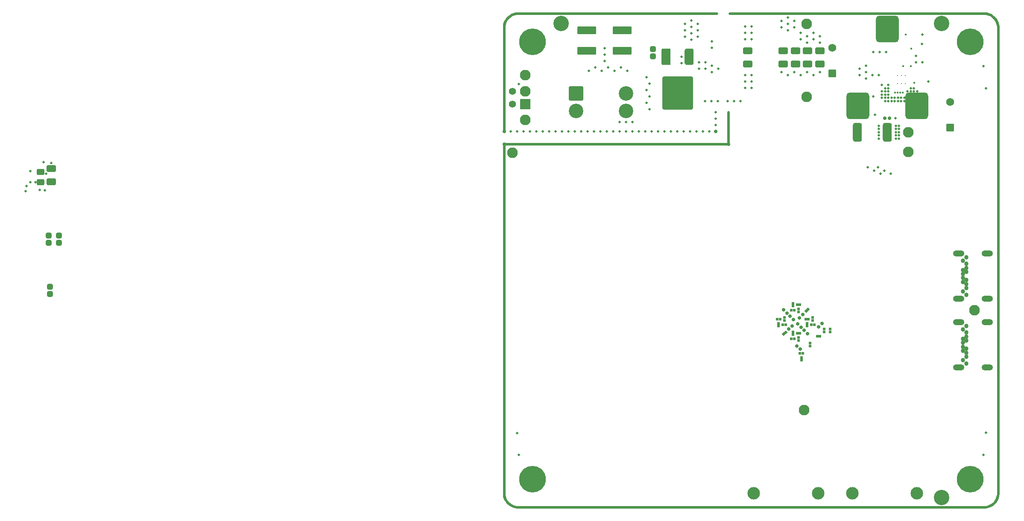
<source format=gbs>
G04*
G04 #@! TF.GenerationSoftware,Altium Limited,Altium Designer,24.10.1 (45)*
G04*
G04 Layer_Color=16711935*
%FSLAX44Y44*%
%MOMM*%
G71*
G04*
G04 #@! TF.SameCoordinates,24BC4850-7E81-497A-B660-34607D59122C*
G04*
G04*
G04 #@! TF.FilePolarity,Negative*
G04*
G01*
G75*
%ADD11C,0.5080*%
G04:AMPARAMS|DCode=67|XSize=0.608mm|YSize=0.608mm|CornerRadius=0.177mm|HoleSize=0mm|Usage=FLASHONLY|Rotation=90.000|XOffset=0mm|YOffset=0mm|HoleType=Round|Shape=RoundedRectangle|*
%AMROUNDEDRECTD67*
21,1,0.6080,0.2540,0,0,90.0*
21,1,0.2540,0.6080,0,0,90.0*
1,1,0.3540,0.1270,0.1270*
1,1,0.3540,0.1270,-0.1270*
1,1,0.3540,-0.1270,-0.1270*
1,1,0.3540,-0.1270,0.1270*
%
%ADD67ROUNDEDRECTD67*%
G04:AMPARAMS|DCode=68|XSize=1.4732mm|YSize=1.2192mm|CornerRadius=0.2286mm|HoleSize=0mm|Usage=FLASHONLY|Rotation=180.000|XOffset=0mm|YOffset=0mm|HoleType=Round|Shape=RoundedRectangle|*
%AMROUNDEDRECTD68*
21,1,1.4732,0.7620,0,0,180.0*
21,1,1.0160,1.2192,0,0,180.0*
1,1,0.4572,-0.5080,0.3810*
1,1,0.4572,0.5080,0.3810*
1,1,0.4572,0.5080,-0.3810*
1,1,0.4572,-0.5080,-0.3810*
%
%ADD68ROUNDEDRECTD68*%
G04:AMPARAMS|DCode=69|XSize=1.8288mm|YSize=1.3208mm|CornerRadius=0.2413mm|HoleSize=0mm|Usage=FLASHONLY|Rotation=0.000|XOffset=0mm|YOffset=0mm|HoleType=Round|Shape=RoundedRectangle|*
%AMROUNDEDRECTD69*
21,1,1.8288,0.8382,0,0,0.0*
21,1,1.3462,1.3208,0,0,0.0*
1,1,0.4826,0.6731,-0.4191*
1,1,0.4826,-0.6731,-0.4191*
1,1,0.4826,-0.6731,0.4191*
1,1,0.4826,0.6731,0.4191*
%
%ADD69ROUNDEDRECTD69*%
G04:AMPARAMS|DCode=70|XSize=1.1532mm|YSize=1.1532mm|CornerRadius=0.2774mm|HoleSize=0mm|Usage=FLASHONLY|Rotation=180.000|XOffset=0mm|YOffset=0mm|HoleType=Round|Shape=RoundedRectangle|*
%AMROUNDEDRECTD70*
21,1,1.1532,0.5985,0,0,180.0*
21,1,0.5985,1.1532,0,0,180.0*
1,1,0.5547,-0.2993,0.2993*
1,1,0.5547,0.2993,0.2993*
1,1,0.5547,0.2993,-0.2993*
1,1,0.5547,-0.2993,-0.2993*
%
%ADD70ROUNDEDRECTD70*%
%ADD71C,3.0480*%
G04:AMPARAMS|DCode=88|XSize=0.4826mm|YSize=0.5588mm|CornerRadius=0.0927mm|HoleSize=0mm|Usage=FLASHONLY|Rotation=90.000|XOffset=0mm|YOffset=0mm|HoleType=Round|Shape=RoundedRectangle|*
%AMROUNDEDRECTD88*
21,1,0.4826,0.3734,0,0,90.0*
21,1,0.2972,0.5588,0,0,90.0*
1,1,0.1854,0.1867,0.1486*
1,1,0.1854,0.1867,-0.1486*
1,1,0.1854,-0.1867,-0.1486*
1,1,0.1854,-0.1867,0.1486*
%
%ADD88ROUNDEDRECTD88*%
%ADD101C,0.7112*%
G04:AMPARAMS|DCode=112|XSize=1.6002mm|YSize=3.7592mm|CornerRadius=0.2762mm|HoleSize=0mm|Usage=FLASHONLY|Rotation=270.000|XOffset=0mm|YOffset=0mm|HoleType=Round|Shape=RoundedRectangle|*
%AMROUNDEDRECTD112*
21,1,1.6002,3.2068,0,0,270.0*
21,1,1.0478,3.7592,0,0,270.0*
1,1,0.5525,-1.6034,-0.5239*
1,1,0.5525,-1.6034,0.5239*
1,1,0.5525,1.6034,0.5239*
1,1,0.5525,1.6034,-0.5239*
%
%ADD112ROUNDEDRECTD112*%
%ADD113O,2.2352X1.2192*%
%ADD114C,0.8636*%
%ADD115C,2.4892*%
G04:AMPARAMS|DCode=116|XSize=1.5748mm|YSize=1.5748mm|CornerRadius=0.2731mm|HoleSize=0mm|Usage=FLASHONLY|Rotation=90.000|XOffset=0mm|YOffset=0mm|HoleType=Round|Shape=RoundedRectangle|*
%AMROUNDEDRECTD116*
21,1,1.5748,1.0287,0,0,90.0*
21,1,1.0287,1.5748,0,0,90.0*
1,1,0.5461,0.5143,0.5143*
1,1,0.5461,0.5143,-0.5143*
1,1,0.5461,-0.5143,-0.5143*
1,1,0.5461,-0.5143,0.5143*
%
%ADD116ROUNDEDRECTD116*%
%ADD117C,1.5748*%
%ADD118C,2.1082*%
G04:AMPARAMS|DCode=119|XSize=2.8702mm|YSize=2.8702mm|CornerRadius=0.235mm|HoleSize=0mm|Usage=FLASHONLY|Rotation=0.000|XOffset=0mm|YOffset=0mm|HoleType=Round|Shape=RoundedRectangle|*
%AMROUNDEDRECTD119*
21,1,2.8702,2.4003,0,0,0.0*
21,1,2.4003,2.8702,0,0,0.0*
1,1,0.4699,1.2002,-1.2002*
1,1,0.4699,-1.2002,-1.2002*
1,1,0.4699,-1.2002,1.2002*
1,1,0.4699,1.2002,1.2002*
%
%ADD119ROUNDEDRECTD119*%
%ADD120C,2.8702*%
G04:AMPARAMS|DCode=121|XSize=2.1082mm|YSize=2.1082mm|CornerRadius=0.1969mm|HoleSize=0mm|Usage=FLASHONLY|Rotation=90.000|XOffset=0mm|YOffset=0mm|HoleType=Round|Shape=RoundedRectangle|*
%AMROUNDEDRECTD121*
21,1,2.1082,1.7145,0,0,90.0*
21,1,1.7145,2.1082,0,0,90.0*
1,1,0.3937,0.8573,0.8573*
1,1,0.3937,0.8573,-0.8573*
1,1,0.3937,-0.8573,-0.8573*
1,1,0.3937,-0.8573,0.8573*
%
%ADD121ROUNDEDRECTD121*%
%ADD122C,1.4224*%
%ADD123C,5.2832*%
%ADD124C,0.4064*%
%ADD126C,1.2192*%
G04:AMPARAMS|DCode=199|XSize=0.608mm|YSize=0.608mm|CornerRadius=0.177mm|HoleSize=0mm|Usage=FLASHONLY|Rotation=135.000|XOffset=0mm|YOffset=0mm|HoleType=Round|Shape=RoundedRectangle|*
%AMROUNDEDRECTD199*
21,1,0.6080,0.2540,0,0,135.0*
21,1,0.2540,0.6080,0,0,135.0*
1,1,0.3540,0.0000,0.1796*
1,1,0.3540,0.1796,0.0000*
1,1,0.3540,0.0000,-0.1796*
1,1,0.3540,-0.1796,0.0000*
%
%ADD199ROUNDEDRECTD199*%
G04:AMPARAMS|DCode=200|XSize=0.4826mm|YSize=0.5588mm|CornerRadius=0.0927mm|HoleSize=0mm|Usage=FLASHONLY|Rotation=0.000|XOffset=0mm|YOffset=0mm|HoleType=Round|Shape=RoundedRectangle|*
%AMROUNDEDRECTD200*
21,1,0.4826,0.3734,0,0,0.0*
21,1,0.2972,0.5588,0,0,0.0*
1,1,0.1854,0.1486,-0.1867*
1,1,0.1854,-0.1486,-0.1867*
1,1,0.1854,-0.1486,0.1867*
1,1,0.1854,0.1486,0.1867*
%
%ADD200ROUNDEDRECTD200*%
G04:AMPARAMS|DCode=201|XSize=0.608mm|YSize=0.608mm|CornerRadius=0.177mm|HoleSize=0mm|Usage=FLASHONLY|Rotation=45.000|XOffset=0mm|YOffset=0mm|HoleType=Round|Shape=RoundedRectangle|*
%AMROUNDEDRECTD201*
21,1,0.6080,0.2540,0,0,45.0*
21,1,0.2540,0.6080,0,0,45.0*
1,1,0.3540,0.1796,0.0000*
1,1,0.3540,0.0000,-0.1796*
1,1,0.3540,-0.1796,0.0000*
1,1,0.3540,0.0000,0.1796*
%
%ADD201ROUNDEDRECTD201*%
G04:AMPARAMS|DCode=202|XSize=0.4826mm|YSize=0.5588mm|CornerRadius=0.0927mm|HoleSize=0mm|Usage=FLASHONLY|Rotation=45.000|XOffset=0mm|YOffset=0mm|HoleType=Round|Shape=RoundedRectangle|*
%AMROUNDEDRECTD202*
21,1,0.4826,0.3734,0,0,45.0*
21,1,0.2972,0.5588,0,0,45.0*
1,1,0.1854,0.2371,-0.0269*
1,1,0.1854,0.0269,-0.2371*
1,1,0.1854,-0.2371,0.0269*
1,1,0.1854,-0.0269,0.2371*
%
%ADD202ROUNDEDRECTD202*%
G04:AMPARAMS|DCode=203|XSize=4.5212mm|YSize=5.2832mm|CornerRadius=0.6414mm|HoleSize=0mm|Usage=FLASHONLY|Rotation=180.000|XOffset=0mm|YOffset=0mm|HoleType=Round|Shape=RoundedRectangle|*
%AMROUNDEDRECTD203*
21,1,4.5212,4.0005,0,0,180.0*
21,1,3.2385,5.2832,0,0,180.0*
1,1,1.2827,-1.6193,2.0003*
1,1,1.2827,1.6193,2.0003*
1,1,1.2827,1.6193,-2.0003*
1,1,1.2827,-1.6193,-2.0003*
%
%ADD203ROUNDEDRECTD203*%
G04:AMPARAMS|DCode=204|XSize=3.6576mm|YSize=1.778mm|CornerRadius=0.3614mm|HoleSize=0mm|Usage=FLASHONLY|Rotation=270.000|XOffset=0mm|YOffset=0mm|HoleType=Round|Shape=RoundedRectangle|*
%AMROUNDEDRECTD204*
21,1,3.6576,1.0551,0,0,270.0*
21,1,2.9347,1.7780,0,0,270.0*
1,1,0.7229,-0.5276,-1.4674*
1,1,0.7229,-0.5276,1.4674*
1,1,0.7229,0.5276,1.4674*
1,1,0.7229,0.5276,-1.4674*
%
%ADD204ROUNDEDRECTD204*%
G04:AMPARAMS|DCode=205|XSize=1.778mm|YSize=3.2512mm|CornerRadius=0.3614mm|HoleSize=0mm|Usage=FLASHONLY|Rotation=180.000|XOffset=0mm|YOffset=0mm|HoleType=Round|Shape=RoundedRectangle|*
%AMROUNDEDRECTD205*
21,1,1.7780,2.5283,0,0,180.0*
21,1,1.0551,3.2512,0,0,180.0*
1,1,0.7229,-0.5276,1.2642*
1,1,0.7229,0.5276,1.2642*
1,1,0.7229,0.5276,-1.2642*
1,1,0.7229,-0.5276,-1.2642*
%
%ADD205ROUNDEDRECTD205*%
G04:AMPARAMS|DCode=206|XSize=6.0452mm|YSize=6.5532mm|CornerRadius=0.2477mm|HoleSize=0mm|Usage=FLASHONLY|Rotation=180.000|XOffset=0mm|YOffset=0mm|HoleType=Round|Shape=RoundedRectangle|*
%AMROUNDEDRECTD206*
21,1,6.0452,6.0579,0,0,180.0*
21,1,5.5499,6.5532,0,0,180.0*
1,1,0.4953,-2.7750,3.0290*
1,1,0.4953,2.7750,3.0290*
1,1,0.4953,2.7750,-3.0290*
1,1,0.4953,-2.7750,-3.0290*
%
%ADD206ROUNDEDRECTD206*%
G04:AMPARAMS|DCode=207|XSize=1.778mm|YSize=3.2512mm|CornerRadius=0.1803mm|HoleSize=0mm|Usage=FLASHONLY|Rotation=180.000|XOffset=0mm|YOffset=0mm|HoleType=Round|Shape=RoundedRectangle|*
%AMROUNDEDRECTD207*
21,1,1.7780,2.8905,0,0,180.0*
21,1,1.4173,3.2512,0,0,180.0*
1,1,0.3607,-0.7087,1.4453*
1,1,0.3607,0.7087,1.4453*
1,1,0.3607,0.7087,-1.4453*
1,1,0.3607,-0.7087,-1.4453*
%
%ADD207ROUNDEDRECTD207*%
%ADD208C,0.3048*%
G36*
X3507859Y2515859D02*
X3511718Y2514825D01*
X3515410Y2513295D01*
X3518870Y2511298D01*
X3522040Y2508865D01*
X3524865Y2506040D01*
X3527297Y2502870D01*
X3529295Y2499410D01*
X3530824Y2495719D01*
X3531859Y2491859D01*
X3532380Y2487898D01*
Y2485900D01*
X3527300D01*
X3527178Y2488390D01*
X3526206Y2493273D01*
X3524301Y2497874D01*
X3521534Y2502014D01*
X3518014Y2505535D01*
X3513873Y2508301D01*
X3509273Y2510206D01*
X3504390Y2511178D01*
X3501900Y2511300D01*
Y2511300D01*
X2997200Y2511300D01*
X2997200Y2516380D01*
X3501900Y2516380D01*
X3503898D01*
X3507859Y2515859D01*
D02*
G37*
G36*
X2971800Y2511300D02*
X2578100Y2511300D01*
Y2511300D01*
X2575610Y2511178D01*
X2570727Y2510206D01*
X2566126Y2508301D01*
X2561986Y2505535D01*
X2558466Y2502014D01*
X2555699Y2497874D01*
X2553794Y2493273D01*
X2552822Y2488390D01*
X2552700Y2485900D01*
X2547620D01*
Y2487898D01*
X2548141Y2491859D01*
X2549176Y2495719D01*
X2550705Y2499410D01*
X2552702Y2502870D01*
X2555135Y2506040D01*
X2557960Y2508865D01*
X2561130Y2511298D01*
X2564590Y2513295D01*
X2568282Y2514824D01*
X2572141Y2515858D01*
X2576102Y2516380D01*
X2578100D01*
X2971800Y2516380D01*
X2971800Y2511300D01*
D02*
G37*
G36*
X2552700Y2485900D02*
Y2279650D01*
X2547620D01*
Y2485900D01*
X2552700Y2485900D01*
D02*
G37*
G36*
X2997201Y2256786D02*
X2994660Y2256786D01*
X2994660Y2251710D01*
X2552700Y2251710D01*
Y2256790D01*
X2992121Y2256790D01*
Y2317746D01*
X2997201D01*
Y2256786D01*
D02*
G37*
G36*
X3532380Y2485900D02*
Y1562100D01*
Y1560102D01*
X3531859Y1556141D01*
X3530824Y1552281D01*
X3529295Y1548590D01*
X3527298Y1545130D01*
X3524865Y1541960D01*
X3522040Y1539135D01*
X3518870Y1536702D01*
X3515410Y1534705D01*
X3511718Y1533176D01*
X3507859Y1532142D01*
X3503898Y1531620D01*
X2576102D01*
X2572141Y1532142D01*
X2568282Y1533176D01*
X2564590Y1534705D01*
X2561130Y1536702D01*
X2557960Y1539135D01*
X2555135Y1541960D01*
X2552702Y1545130D01*
X2550705Y1548590D01*
X2549176Y1552281D01*
X2548141Y1556141D01*
X2547620Y1560102D01*
Y1562100D01*
X2547620Y2254250D01*
X2552700Y2254250D01*
X2552700Y1562100D01*
X2552822Y1559610D01*
X2553794Y1554727D01*
X2555699Y1550126D01*
X2558466Y1545986D01*
X2561986Y1542466D01*
X2566126Y1539699D01*
X2570727Y1537794D01*
X2575610Y1536822D01*
X2578100Y1536700D01*
X3501900D01*
X3504390Y1536822D01*
X3509273Y1537794D01*
X3513874Y1539699D01*
X3518014Y1542466D01*
X3521534Y1545986D01*
X3524301Y1550126D01*
X3526206Y1554727D01*
X3527178Y1559610D01*
X3527300Y1562100D01*
X3527300D01*
X3527300Y2485900D01*
X3532380Y2485900D01*
D02*
G37*
D11*
X2908350Y2468280D02*
D03*
X2921050Y2461930D02*
D03*
X2933750Y2468280D02*
D03*
X2921050Y2474630D02*
D03*
X2933750Y2480980D02*
D03*
X2908350D02*
D03*
Y2493680D02*
D03*
X2921050Y2500030D02*
D03*
X2933750Y2493680D02*
D03*
X2921050Y2487330D02*
D03*
X2961640Y2446020D02*
D03*
X2961640Y2458720D02*
D03*
X3176016Y2468878D02*
D03*
X3137916Y2475228D02*
D03*
X3163316D02*
D03*
X3150616Y2468878D02*
D03*
X3163316Y2462527D02*
D03*
X3137916D02*
D03*
X3316986Y2195830D02*
D03*
X3296666D02*
D03*
X3304286Y2202180D02*
D03*
X3283966D02*
D03*
X3271266Y2208530D02*
D03*
X3291586D02*
D03*
X3326130Y2306320D02*
D03*
X3281680Y2349500D02*
D03*
X3285490Y2312670D02*
D03*
X3293110Y2284730D02*
D03*
X3293110Y2291080D02*
D03*
X3332988Y2291080D02*
D03*
X3332989Y2278380D02*
D03*
X3332988Y2272030D02*
D03*
Y2284730D02*
D03*
X3332988Y2265680D02*
D03*
X3326638Y2284730D02*
D03*
Y2272030D02*
D03*
X3326638Y2278380D02*
D03*
X3326638Y2291080D02*
D03*
Y2265680D02*
D03*
X3293110D02*
D03*
X3293110Y2278380D02*
D03*
X3293110Y2272030D02*
D03*
X3362760Y2346490D02*
D03*
X3299260Y2346489D02*
D03*
X3299259Y2352839D02*
D03*
X3299259Y2359189D02*
D03*
X3311959Y2371889D02*
D03*
X3305609Y2365539D02*
D03*
X3311959Y2365539D02*
D03*
X3305609Y2359189D02*
D03*
X3311960Y2359189D02*
D03*
X3305609Y2352839D02*
D03*
X3311960Y2352839D02*
D03*
X3305609Y2340139D02*
D03*
X3305609Y2346489D02*
D03*
X3311960Y2340139D02*
D03*
X3311960Y2346489D02*
D03*
X3318310Y2340139D02*
D03*
X3318310Y2346489D02*
D03*
X3324659Y2340139D02*
D03*
X3324660Y2346490D02*
D03*
X3331010Y2340140D02*
D03*
X3331010Y2346490D02*
D03*
X3337360Y2340140D02*
D03*
X3337360Y2346490D02*
D03*
X3343710Y2346490D02*
D03*
X3343710Y2340140D02*
D03*
X3356410D02*
D03*
X3356410Y2346490D02*
D03*
X3350060Y2340140D02*
D03*
X3350060Y2346490D02*
D03*
X3369110Y2352840D02*
D03*
X3369110Y2359190D02*
D03*
X3350060Y2352840D02*
D03*
X3356410Y2352840D02*
D03*
X3362760Y2352840D02*
D03*
X3350060Y2359190D02*
D03*
X3356410Y2359190D02*
D03*
X3362760Y2359190D02*
D03*
X3362760Y2365540D02*
D03*
X3356410Y2365540D02*
D03*
X3299370Y2372270D02*
D03*
X3378835Y2453640D02*
D03*
X3379470Y2472105D02*
D03*
X3391662Y2378964D02*
D03*
X3379470Y2416810D02*
D03*
X3366770Y2429510D02*
D03*
X3366770Y2416810D02*
D03*
X3307080Y2437130D02*
D03*
X3294380Y2437130D02*
D03*
X3281680Y2437130D02*
D03*
X3292856Y2391410D02*
D03*
X3267456Y2385060D02*
D03*
Y2410460D02*
D03*
X3254756Y2404110D02*
D03*
Y2391410D02*
D03*
X3267456Y2397760D02*
D03*
X3280156Y2391410D02*
D03*
X3125470Y2499360D02*
D03*
X3112770Y2505710D02*
D03*
X3100070Y2499360D02*
D03*
Y2486660D02*
D03*
X3112770Y2493010D02*
D03*
X2579370Y2373630D02*
D03*
X1602740Y2171700D02*
D03*
X1629410Y2164080D02*
D03*
X1639570Y2162810D02*
D03*
X1601470Y2161540D02*
D03*
X1637030Y2218690D02*
D03*
X1652270Y2217420D02*
D03*
X1642110Y2195830D02*
D03*
X1610360Y2200910D02*
D03*
Y2179320D02*
D03*
X1620520D02*
D03*
X3027680Y2488438D02*
D03*
X3040380Y2488438D02*
D03*
X3125470Y2486660D02*
D03*
X3112770Y2480310D02*
D03*
X2971800Y2513840D02*
D03*
X3505200Y2365756D02*
D03*
Y1681988D02*
D03*
X2575560Y1681480D02*
D03*
X3500630Y2409700D02*
D03*
X3500630Y1638300D02*
D03*
X2579370Y1638300D02*
D03*
X3040380Y2475738D02*
D03*
Y2463038D02*
D03*
X3027680Y2463038D02*
D03*
Y2475738D02*
D03*
X3150616Y2456178D02*
D03*
X3176016D02*
D03*
Y2397760D02*
D03*
X3163316Y2391410D02*
D03*
X3150616Y2397760D02*
D03*
X3137916Y2391410D02*
D03*
X3099816Y2397760D02*
D03*
X3125216D02*
D03*
X3112516Y2391410D02*
D03*
X3027680Y2392172D02*
D03*
X3040380Y2392172D02*
D03*
X3027680Y2366772D02*
D03*
Y2379472D02*
D03*
X3040380Y2379472D02*
D03*
Y2366772D02*
D03*
X3006280Y2340300D02*
D03*
X2993580Y2340300D02*
D03*
X3018980D02*
D03*
X2973980D02*
D03*
X2948580D02*
D03*
X2961280Y2340300D02*
D03*
X2936240Y2404110D02*
D03*
Y2416810D02*
D03*
X2948940Y2416810D02*
D03*
X2961640Y2410460D02*
D03*
X2948940Y2404110D02*
D03*
X2974340D02*
D03*
X2961640Y2397760D02*
D03*
X2901950Y2415540D02*
D03*
Y2428240D02*
D03*
X2838450Y2324100D02*
D03*
Y2349500D02*
D03*
X2832100Y2336800D02*
D03*
Y2362200D02*
D03*
X2838450Y2374900D02*
D03*
X2832100Y2387600D02*
D03*
X2778760Y2298700D02*
D03*
X2804160D02*
D03*
X2791460Y2298700D02*
D03*
X2749550Y2444750D02*
D03*
X2749550Y2432050D02*
D03*
X2749550Y2419350D02*
D03*
X2781300Y2406650D02*
D03*
X2794000Y2400300D02*
D03*
X2768600D02*
D03*
X2755900Y2406650D02*
D03*
X2743200Y2400300D02*
D03*
X2730500Y2406650D02*
D03*
X2717800Y2400300D02*
D03*
X2994661Y2279646D02*
D03*
X2994661Y2266947D02*
D03*
X2981961Y2254247D02*
D03*
X2969261Y2292347D02*
D03*
X2969261Y2305047D02*
D03*
X2969261Y2317747D02*
D03*
X2994660Y2317750D02*
D03*
X2994660Y2305050D02*
D03*
X2994660Y2292350D02*
D03*
X2562860Y2254250D02*
D03*
X2575560Y2254250D02*
D03*
X2600960Y2254250D02*
D03*
X2588260Y2254250D02*
D03*
X2626360Y2254249D02*
D03*
X2613660Y2254250D02*
D03*
X2689861Y2254249D02*
D03*
X2702560Y2254249D02*
D03*
X2664460Y2254249D02*
D03*
X2677160Y2254249D02*
D03*
X2651760Y2254249D02*
D03*
X2639060Y2254249D02*
D03*
X2715260Y2254249D02*
D03*
X2753361Y2254248D02*
D03*
X2740660Y2254249D02*
D03*
X2727961Y2254249D02*
D03*
X2791461Y2254248D02*
D03*
X2778760Y2254248D02*
D03*
X2766060Y2254248D02*
D03*
X2829561Y2254248D02*
D03*
X2816861Y2254248D02*
D03*
X2804160Y2254248D02*
D03*
X2867661Y2254247D02*
D03*
X2854961Y2254248D02*
D03*
X2842261Y2254248D02*
D03*
X2905761Y2254247D02*
D03*
X2893061Y2254247D02*
D03*
X2880361Y2254247D02*
D03*
X2943861Y2254247D02*
D03*
X2931161Y2254247D02*
D03*
X2918461Y2254247D02*
D03*
X2969261Y2254247D02*
D03*
X2956561Y2254247D02*
D03*
X2956561Y2279647D02*
D03*
X2918461Y2279647D02*
D03*
X2931161Y2279647D02*
D03*
X2943861Y2279647D02*
D03*
X2880361Y2279647D02*
D03*
X2893061Y2279647D02*
D03*
X2905761Y2279647D02*
D03*
X2842261Y2279648D02*
D03*
X2854961Y2279648D02*
D03*
X2867661Y2279648D02*
D03*
X2804160Y2279648D02*
D03*
X2816860Y2279648D02*
D03*
X2829561Y2279648D02*
D03*
X2766060Y2279648D02*
D03*
X2778760Y2279648D02*
D03*
X2791461Y2279648D02*
D03*
X2727961Y2279649D02*
D03*
X2740660Y2279648D02*
D03*
X2753360Y2279648D02*
D03*
X2715260Y2279649D02*
D03*
X2639060Y2279649D02*
D03*
X2651760Y2279649D02*
D03*
X2677160Y2279649D02*
D03*
X2664460Y2279649D02*
D03*
X2702560Y2279649D02*
D03*
X2689860Y2279649D02*
D03*
X2613660Y2279650D02*
D03*
X2626360Y2279649D02*
D03*
X2588260Y2279650D02*
D03*
X2600960Y2279650D02*
D03*
X2575560Y2279650D02*
D03*
X2562860Y2279650D02*
D03*
X2553903Y2499870D02*
D03*
X2564130Y2510097D02*
D03*
X3515870Y2510097D02*
D03*
X3526096Y2499870D02*
D03*
X3526097Y1548130D02*
D03*
X3515870Y1537903D02*
D03*
X2564130Y1537903D02*
D03*
X2553903Y1548130D02*
D03*
X2603500Y1534160D02*
D03*
X2590800D02*
D03*
X3476500Y1534160D02*
D03*
X3501900D02*
D03*
X3451100D02*
D03*
X3425700D02*
D03*
X3400300D02*
D03*
X2628900Y1534160D02*
D03*
X2654300D02*
D03*
X2679700D02*
D03*
X2705100D02*
D03*
X2730500D02*
D03*
X2755900D02*
D03*
X2781300D02*
D03*
X2806700D02*
D03*
X2832100D02*
D03*
X2857500D02*
D03*
X2882900D02*
D03*
X2908300D02*
D03*
X2933700D02*
D03*
X2959100D02*
D03*
X2984500D02*
D03*
X3040000D02*
D03*
X3374900Y1534160D02*
D03*
X3349500D02*
D03*
X3324100Y1534160D02*
D03*
X3298700Y1534160D02*
D03*
X3273300D02*
D03*
X3247900D02*
D03*
X3222500D02*
D03*
X3197100D02*
D03*
X3171700D02*
D03*
X3146300D02*
D03*
X3120900D02*
D03*
X3095500Y1534160D02*
D03*
X3070100Y1534160D02*
D03*
X3009900Y1534160D02*
D03*
X2578100D02*
D03*
X2616200Y1534160D02*
D03*
X2641600D02*
D03*
X2667000D02*
D03*
X2692400D02*
D03*
X2717800D02*
D03*
X2743200D02*
D03*
X2768600D02*
D03*
X2794000D02*
D03*
X2819400D02*
D03*
X2844800D02*
D03*
X2870200D02*
D03*
X2895600D02*
D03*
X2921000D02*
D03*
X2946400D02*
D03*
X2971800D02*
D03*
X2997200D02*
D03*
X3082800Y1534160D02*
D03*
X3108200Y1534160D02*
D03*
X3133600D02*
D03*
X3159000Y1534160D02*
D03*
X3184400Y1534160D02*
D03*
X3209800Y1534160D02*
D03*
X3235200D02*
D03*
X3260600D02*
D03*
X3286000D02*
D03*
X3311400Y1534160D02*
D03*
X3336800Y1534160D02*
D03*
X3362200D02*
D03*
X3387600D02*
D03*
X3413000Y1534160D02*
D03*
X3438400Y1534160D02*
D03*
X3463800D02*
D03*
X3489200D02*
D03*
X3024950Y1534160D02*
D03*
X3055050D02*
D03*
X3529840Y2460500D02*
D03*
Y2473200D02*
D03*
X3529840Y1587500D02*
D03*
Y1562100D02*
D03*
Y1612900D02*
D03*
Y1638300D02*
D03*
Y1663700D02*
D03*
X3529840Y2435100D02*
D03*
Y2409700D02*
D03*
Y2384300D02*
D03*
Y2358900D02*
D03*
Y2333500D02*
D03*
Y2308100D02*
D03*
Y2282700D02*
D03*
Y2257300D02*
D03*
Y2231900D02*
D03*
Y2206500D02*
D03*
Y2181100D02*
D03*
Y2155700D02*
D03*
Y2130300D02*
D03*
Y2104900D02*
D03*
Y2079500D02*
D03*
Y2024000D02*
D03*
X3529840Y1689100D02*
D03*
Y1714500D02*
D03*
X3529840Y1739900D02*
D03*
X3529840Y1765300D02*
D03*
Y1790700D02*
D03*
Y1816100D02*
D03*
Y1841500D02*
D03*
Y1866900D02*
D03*
Y1892300D02*
D03*
Y1917700D02*
D03*
Y1943100D02*
D03*
X3529840Y1968500D02*
D03*
X3529840Y1993900D02*
D03*
X3529840Y2054100D02*
D03*
Y2485900D02*
D03*
X3529840Y2447800D02*
D03*
Y2422400D02*
D03*
Y2397000D02*
D03*
Y2371600D02*
D03*
Y2346200D02*
D03*
Y2320800D02*
D03*
Y2295400D02*
D03*
Y2270000D02*
D03*
Y2244600D02*
D03*
Y2219200D02*
D03*
Y2193800D02*
D03*
Y2168400D02*
D03*
Y2143000D02*
D03*
Y2117600D02*
D03*
Y2092200D02*
D03*
Y2066800D02*
D03*
X3529840Y1981200D02*
D03*
X3529840Y1955800D02*
D03*
Y1930400D02*
D03*
X3529840Y1905000D02*
D03*
X3529840Y1879600D02*
D03*
X3529840Y1854200D02*
D03*
Y1828800D02*
D03*
Y1803400D02*
D03*
Y1778000D02*
D03*
X3529840Y1752600D02*
D03*
X3529840Y1727200D02*
D03*
Y1701800D02*
D03*
Y1676400D02*
D03*
X3529840Y1651000D02*
D03*
X3529840Y1625600D02*
D03*
Y1600200D02*
D03*
Y1574800D02*
D03*
X3529840Y2039050D02*
D03*
Y2008950D02*
D03*
X2550160Y2460500D02*
D03*
Y2473200D02*
D03*
X2550160Y1587500D02*
D03*
Y1562100D02*
D03*
Y1612900D02*
D03*
Y1638300D02*
D03*
Y1663700D02*
D03*
X2550160Y2435100D02*
D03*
Y2409700D02*
D03*
Y2384300D02*
D03*
Y2358900D02*
D03*
Y2333500D02*
D03*
Y2308100D02*
D03*
Y2231900D02*
D03*
Y2206500D02*
D03*
Y2181100D02*
D03*
Y2155700D02*
D03*
Y2130300D02*
D03*
Y2104900D02*
D03*
Y2079500D02*
D03*
Y2024000D02*
D03*
X2550160Y1689100D02*
D03*
Y1714500D02*
D03*
X2550160Y1739900D02*
D03*
X2550160Y1765300D02*
D03*
Y1790700D02*
D03*
Y1816100D02*
D03*
Y1841500D02*
D03*
Y1866900D02*
D03*
Y1892300D02*
D03*
Y1917700D02*
D03*
Y1943100D02*
D03*
X2550160Y1968500D02*
D03*
X2550160Y1993900D02*
D03*
X2550160Y2054100D02*
D03*
Y2485900D02*
D03*
X2550160Y2447800D02*
D03*
Y2422400D02*
D03*
Y2397000D02*
D03*
Y2371600D02*
D03*
Y2346200D02*
D03*
Y2320800D02*
D03*
Y2295400D02*
D03*
Y2244600D02*
D03*
Y2219200D02*
D03*
Y2193800D02*
D03*
Y2168400D02*
D03*
Y2143000D02*
D03*
Y2117600D02*
D03*
Y2092200D02*
D03*
Y2066800D02*
D03*
X2550160Y1981200D02*
D03*
X2550160Y1955800D02*
D03*
Y1930400D02*
D03*
X2550160Y1905000D02*
D03*
X2550160Y1879600D02*
D03*
X2550160Y1854200D02*
D03*
Y1828800D02*
D03*
Y1803400D02*
D03*
Y1778000D02*
D03*
X2550160Y1752600D02*
D03*
X2550160Y1727200D02*
D03*
Y1701800D02*
D03*
Y1676400D02*
D03*
X2550160Y1651000D02*
D03*
X2550160Y1625600D02*
D03*
Y1600200D02*
D03*
Y1574800D02*
D03*
X2550160Y2039050D02*
D03*
Y2008950D02*
D03*
X3055050Y2513840D02*
D03*
X3024950D02*
D03*
X3489200Y2513840D02*
D03*
X3463800D02*
D03*
X3438400D02*
D03*
X3413000D02*
D03*
X3387600D02*
D03*
X3362200D02*
D03*
X3336800D02*
D03*
X3311400D02*
D03*
X3286000D02*
D03*
X3260600D02*
D03*
X3235200D02*
D03*
X3209800D02*
D03*
X3184400D02*
D03*
X3159000D02*
D03*
X3133600D02*
D03*
X3108200D02*
D03*
X3082800D02*
D03*
X2997200Y2513840D02*
D03*
X2946400D02*
D03*
X2921000D02*
D03*
X2895600D02*
D03*
X2870200D02*
D03*
X2844800D02*
D03*
X2819400D02*
D03*
X2794000D02*
D03*
X2768600D02*
D03*
X2743200D02*
D03*
X2717800D02*
D03*
X2692400D02*
D03*
X2667000D02*
D03*
X2641600D02*
D03*
X2616200D02*
D03*
X2578100Y2513840D02*
D03*
X3009900D02*
D03*
X3070100Y2513840D02*
D03*
X3095500D02*
D03*
X3120900D02*
D03*
X3146300D02*
D03*
X3171700D02*
D03*
X3197100D02*
D03*
X3222500D02*
D03*
X3247900D02*
D03*
X3273300D02*
D03*
X3298700D02*
D03*
X3324100D02*
D03*
X3349500D02*
D03*
X3374900D02*
D03*
X3040000Y2513840D02*
D03*
X2959100D02*
D03*
X2933700D02*
D03*
X2908300D02*
D03*
X2882900D02*
D03*
X2857500D02*
D03*
X2832100D02*
D03*
X2806700D02*
D03*
X2781300D02*
D03*
X2755900D02*
D03*
X2730500D02*
D03*
X2705100D02*
D03*
X2679700D02*
D03*
X2654300D02*
D03*
X2628900D02*
D03*
X3400300Y2513840D02*
D03*
X3425700D02*
D03*
X3451100D02*
D03*
X3501900D02*
D03*
X3476500D02*
D03*
X2590800Y2513840D02*
D03*
X2603500D02*
D03*
D67*
X3305175Y2306320D02*
D03*
X3314065D02*
D03*
D68*
X1630680Y2179320D02*
D03*
Y2199640D02*
D03*
D69*
X1652270Y2206752D02*
D03*
Y2179828D02*
D03*
X3175891Y2413507D02*
D03*
Y2440431D02*
D03*
X3151761Y2413507D02*
D03*
Y2440431D02*
D03*
X3103501Y2413507D02*
D03*
Y2440431D02*
D03*
X3127631Y2413507D02*
D03*
Y2440431D02*
D03*
X3032760Y2413508D02*
D03*
Y2440432D02*
D03*
D70*
X1649730Y1971940D02*
D03*
Y1957440D02*
D03*
X1667510Y2059040D02*
D03*
Y2073540D02*
D03*
X1647190Y2059040D02*
D03*
Y2073540D02*
D03*
X2844800Y2443110D02*
D03*
Y2428610D02*
D03*
D71*
X3417570Y1553210D02*
D03*
Y2494280D02*
D03*
X2663190D02*
D03*
D88*
X3196125Y1882458D02*
D03*
Y1888046D02*
D03*
X3139556Y1825890D02*
D03*
Y1831478D02*
D03*
X3156527Y1854174D02*
D03*
Y1859762D02*
D03*
X3184811Y1882458D02*
D03*
Y1888046D02*
D03*
X3133900Y1922056D02*
D03*
Y1927644D02*
D03*
X3122586Y1882389D02*
D03*
Y1876801D02*
D03*
X3150870Y1899360D02*
D03*
Y1893772D02*
D03*
X3162184Y1910674D02*
D03*
Y1905086D02*
D03*
X3133900Y1865488D02*
D03*
Y1871076D02*
D03*
X3105615Y1905086D02*
D03*
Y1910674D02*
D03*
X3122586Y1938958D02*
D03*
Y1933370D02*
D03*
X3094301Y1893772D02*
D03*
Y1899360D02*
D03*
D101*
X2994661Y2254247D02*
D03*
X2550160Y2254250D02*
D03*
X2550160Y2279650D02*
D03*
X2969261Y2279647D02*
D03*
X3473960Y2478280D02*
D03*
X3463800Y2475558D02*
D03*
X3456426Y2468148D02*
D03*
X3453640Y2457960D02*
D03*
X3456362Y2447800D02*
D03*
X3463800Y2440363D02*
D03*
X3473960Y2437640D02*
D03*
X3484120Y2440363D02*
D03*
X3491558Y2447800D02*
D03*
X3494280Y2457960D02*
D03*
X3491558Y2468120D02*
D03*
X3484120Y2475558D02*
D03*
X3473960Y1610360D02*
D03*
X3463800Y1607637D02*
D03*
X3456426Y1600228D02*
D03*
X3453640Y1590040D02*
D03*
X3456362Y1579880D02*
D03*
X3463800Y1572442D02*
D03*
X3473960Y1569720D02*
D03*
X3484120Y1572442D02*
D03*
X3491558Y1579880D02*
D03*
X3494280Y1590040D02*
D03*
X3491558Y1600200D02*
D03*
X3484120Y1607637D02*
D03*
X2606040Y2478280D02*
D03*
X2595880Y2475558D02*
D03*
X2588506Y2468148D02*
D03*
X2585720Y2457960D02*
D03*
X2588442Y2447800D02*
D03*
X2595880Y2440362D02*
D03*
X2606040Y2437640D02*
D03*
X2616200Y2440362D02*
D03*
X2623638Y2447800D02*
D03*
X2626360Y2457960D02*
D03*
X2623638Y2468120D02*
D03*
X2616200Y2475558D02*
D03*
X2606040Y1610360D02*
D03*
X2595880Y1607638D02*
D03*
X2588506Y1600228D02*
D03*
X2585720Y1590040D02*
D03*
X2588442Y1579880D02*
D03*
X2595880Y1572442D02*
D03*
X2606040Y1569720D02*
D03*
X2616200Y1572442D02*
D03*
X2623638Y1579880D02*
D03*
X2626360Y1590040D02*
D03*
X2623638Y1600200D02*
D03*
X2616200Y1607638D02*
D03*
D112*
X2713990Y2439924D02*
D03*
Y2481072D02*
D03*
X2783840Y2439924D02*
D03*
Y2481072D02*
D03*
D113*
X3507740Y1901808D02*
D03*
X3451740D02*
D03*
X3507740Y1811808D02*
D03*
X3451740D02*
D03*
X3507740Y2038180D02*
D03*
X3451740D02*
D03*
X3507740Y1948180D02*
D03*
X3451740D02*
D03*
D114*
X3466740Y1880808D02*
D03*
Y1872808D02*
D03*
Y1864808D02*
D03*
Y1832808D02*
D03*
Y1840808D02*
D03*
Y1848808D02*
D03*
X3459740Y1860808D02*
D03*
Y1868808D02*
D03*
Y1887308D02*
D03*
Y1826308D02*
D03*
Y1844808D02*
D03*
Y1852808D02*
D03*
X3466740Y1894058D02*
D03*
Y1819558D02*
D03*
X3466740Y2017180D02*
D03*
Y2009180D02*
D03*
X3466740Y2001180D02*
D03*
X3466740Y1969180D02*
D03*
Y1977180D02*
D03*
Y1985180D02*
D03*
X3459740Y1997180D02*
D03*
Y2005180D02*
D03*
Y2023680D02*
D03*
Y1962680D02*
D03*
Y1981180D02*
D03*
Y1989180D02*
D03*
X3466740Y2030430D02*
D03*
X3466740Y1955930D02*
D03*
D115*
X3045260Y1561630D02*
D03*
X3172660D02*
D03*
X3240840D02*
D03*
X3368240D02*
D03*
D116*
X3434080Y2287270D02*
D03*
X3200400Y2395220D02*
D03*
D117*
X3434080Y2338070D02*
D03*
X3200400Y2446020D02*
D03*
D118*
X3351530Y2278380D02*
D03*
Y2239010D02*
D03*
X3144520Y1727200D02*
D03*
X3482340Y1925320D02*
D03*
X2566670Y2237740D02*
D03*
X3149600Y2348230D02*
D03*
Y2493010D02*
D03*
X2592070Y2302510D02*
D03*
Y2391410D02*
D03*
Y2359660D02*
D03*
D119*
X2692400Y2355088D02*
D03*
D120*
Y2321052D02*
D03*
X2791460D02*
D03*
X2791460Y2355088D02*
D03*
D121*
X2592070Y2334260D02*
D03*
D122*
X2566670D02*
D03*
X2566670Y2359660D02*
D03*
D123*
X3473960Y2457960D02*
D03*
X3473960Y1590040D02*
D03*
X2606040Y2457960D02*
D03*
X2606040Y1590040D02*
D03*
D124*
X3362960Y2376170D02*
D03*
X3356610Y2409190D02*
D03*
X3346450Y2472055D02*
D03*
X3341370Y2409190D02*
D03*
X3324860Y2357120D02*
D03*
X3329940D02*
D03*
X3335020D02*
D03*
X3340100D02*
D03*
X3357245Y2444115D02*
D03*
D126*
X2879090Y2331720D02*
D03*
X2909570D02*
D03*
Y2362200D02*
D03*
X2879090D02*
D03*
X2909570Y2377440D02*
D03*
X2894330D02*
D03*
X2879090D02*
D03*
X2894330Y2362200D02*
D03*
Y2331720D02*
D03*
Y2346960D02*
D03*
X2909570D02*
D03*
X2879090D02*
D03*
D199*
X3180016Y1898586D02*
D03*
X3173730Y1892300D02*
D03*
X3141980Y1916430D02*
D03*
X3135694Y1910144D02*
D03*
X3114707Y1887887D02*
D03*
X3120993Y1894173D02*
D03*
D200*
X3142350Y1839997D02*
D03*
X3136762D02*
D03*
X3176292Y1873938D02*
D03*
X3170703D02*
D03*
X3148076Y1907880D02*
D03*
X3153664D02*
D03*
X3108409Y1896566D02*
D03*
X3102821D02*
D03*
X3119792Y1868282D02*
D03*
X3125380D02*
D03*
X3131105Y1879595D02*
D03*
X3136693D02*
D03*
X3164978Y1896566D02*
D03*
X3159390D02*
D03*
X3125380Y1924850D02*
D03*
X3119792D02*
D03*
X3136693Y1936164D02*
D03*
X3131105D02*
D03*
X3091507Y1907880D02*
D03*
X3097095D02*
D03*
D201*
X3136900Y1847850D02*
D03*
X3130614Y1854136D02*
D03*
X3138773Y1891697D02*
D03*
X3132487Y1897983D02*
D03*
X3145187Y1885283D02*
D03*
X3151473Y1878997D02*
D03*
X3110833Y1919637D02*
D03*
X3104547Y1925923D02*
D03*
X3117247Y1913223D02*
D03*
X3123533Y1906937D02*
D03*
D202*
X3152846Y1927296D02*
D03*
X3148894Y1923344D02*
D03*
X3104444Y1877624D02*
D03*
X3108396Y1881576D02*
D03*
D203*
X3309620Y2482850D02*
D03*
X3251200Y2330450D02*
D03*
X3368040D02*
D03*
D204*
X3250946Y2278380D02*
D03*
X3309874D02*
D03*
D205*
X2917190Y2428494D02*
D03*
D206*
X2894330Y2355850D02*
D03*
D207*
X2871470Y2428494D02*
D03*
D208*
X3337560Y2374646D02*
D03*
X3345180D02*
D03*
X3329940D02*
D03*
X3337560Y2390902D02*
D03*
X3345180D02*
D03*
X3329940D02*
D03*
M02*

</source>
